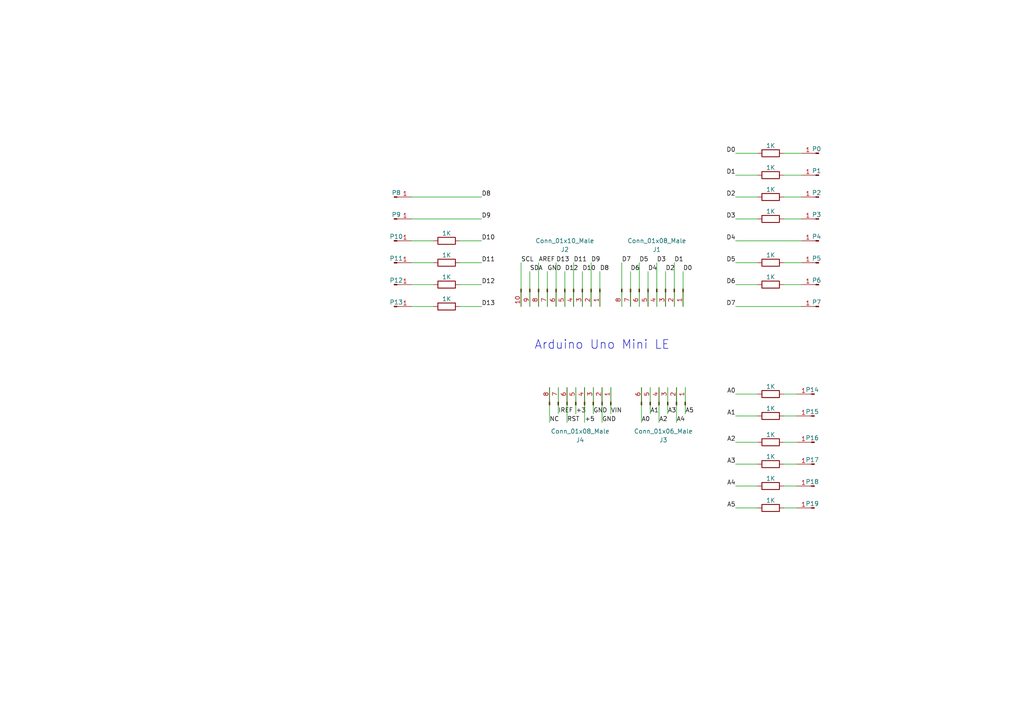
<source format=kicad_sch>
(kicad_sch (version 20211123) (generator eeschema)
  (paper "A4")
  (lib_symbols
    (symbol "Connector:Conn_01x01_Male" (pin_names (offset 1.016) hide)
      (property "Reference" "J" (at 0 2.54 0))
      (property "Value" "Conn_01x01_Male" (at 0 -2.54 0))
      (symbol "Conn_01x01_Male_1_1"
        (polyline (pts (xy 1.27 0) (xy 0.8636 0)) (stroke (width 0.1524)))
        (rectangle (start 0.8636 0.127) (end 0 -0.127) (stroke (width 0.1524)) (fill (type outline)))
        (pin passive line (at 5.08 0 180) (length 3.81) (name "Pin_1") (number "1"))
      )
    )
    (symbol "Connector:Conn_01x06_Male" (pin_names (offset 1.016) hide)
      (property "Reference" "J" (at 0 7.62 0))
      (property "Value" "Conn_01x06_Male" (at 0 -10.16 0))
      (symbol "Conn_01x06_Male_1_1"
        (polyline (pts (xy 1.27 -7.62) (xy 0.8636 -7.62)) (stroke (width 0.1524)))
        (polyline (pts (xy 1.27 -5.08) (xy 0.8636 -5.08)) (stroke (width 0.1524)))
        (polyline (pts (xy 1.27 -2.54) (xy 0.8636 -2.54)) (stroke (width 0.1524)))
        (polyline (pts (xy 1.27 0) (xy 0.8636 0)) (stroke (width 0.1524)))
        (polyline (pts (xy 1.27 2.54) (xy 0.8636 2.54)) (stroke (width 0.1524)))
        (polyline (pts (xy 1.27 5.08) (xy 0.8636 5.08)) (stroke (width 0.1524)))
        (rectangle (start 0.8636 -7.493) (end 0 -7.747) (stroke (width 0.1524)) (fill (type outline)))
        (rectangle (start 0.8636 -4.953) (end 0 -5.207) (stroke (width 0.1524)) (fill (type outline)))
        (rectangle (start 0.8636 -2.413) (end 0 -2.667) (stroke (width 0.1524)) (fill (type outline)))
        (rectangle (start 0.8636 0.127) (end 0 -0.127) (stroke (width 0.1524)) (fill (type outline)))
        (rectangle (start 0.8636 2.667) (end 0 2.413) (stroke (width 0.1524)) (fill (type outline)))
        (rectangle (start 0.8636 5.207) (end 0 4.953) (stroke (width 0.1524)) (fill (type outline)))
        (pin passive line (at 5.08 5.08 180) (length 3.81) (name "Pin_1") (number "1"))
        (pin passive line (at 5.08 2.54 180) (length 3.81) (name "Pin_2") (number "2"))
        (pin passive line (at 5.08 0 180) (length 3.81) (name "Pin_3") (number "3"))
        (pin passive line (at 5.08 -2.54 180) (length 3.81) (name "Pin_4") (number "4"))
        (pin passive line (at 5.08 -5.08 180) (length 3.81) (name "Pin_5") (number "5"))
        (pin passive line (at 5.08 -7.62 180) (length 3.81) (name "Pin_6") (number "6"))
      )
    )
    (symbol "Connector:Conn_01x08_Male" (pin_names (offset 1.016) hide)
      (property "Reference" "J" (at 0 10.16 0))
      (property "Value" "Conn_01x08_Male" (at 0 -12.7 0))
      (symbol "Conn_01x08_Male_1_1"
        (polyline (pts (xy 1.27 -10.16) (xy 0.8636 -10.16)) (stroke (width 0.1524)))
        (polyline (pts (xy 1.27 -7.62) (xy 0.8636 -7.62)) (stroke (width 0.1524)))
        (polyline (pts (xy 1.27 -5.08) (xy 0.8636 -5.08)) (stroke (width 0.1524)))
        (polyline (pts (xy 1.27 -2.54) (xy 0.8636 -2.54)) (stroke (width 0.1524)))
        (polyline (pts (xy 1.27 0) (xy 0.8636 0)) (stroke (width 0.1524)))
        (polyline (pts (xy 1.27 2.54) (xy 0.8636 2.54)) (stroke (width 0.1524)))
        (polyline (pts (xy 1.27 5.08) (xy 0.8636 5.08)) (stroke (width 0.1524)))
        (polyline (pts (xy 1.27 7.62) (xy 0.8636 7.62)) (stroke (width 0.1524)))
        (rectangle (start 0.8636 -10.033) (end 0 -10.287) (stroke (width 0.1524)) (fill (type outline)))
        (rectangle (start 0.8636 -7.493) (end 0 -7.747) (stroke (width 0.1524)) (fill (type outline)))
        (rectangle (start 0.8636 -4.953) (end 0 -5.207) (stroke (width 0.1524)) (fill (type outline)))
        (rectangle (start 0.8636 -2.413) (end 0 -2.667) (stroke (width 0.1524)) (fill (type outline)))
        (rectangle (start 0.8636 0.127) (end 0 -0.127) (stroke (width 0.1524)) (fill (type outline)))
        (rectangle (start 0.8636 2.667) (end 0 2.413) (stroke (width 0.1524)) (fill (type outline)))
        (rectangle (start 0.8636 5.207) (end 0 4.953) (stroke (width 0.1524)) (fill (type outline)))
        (rectangle (start 0.8636 7.747) (end 0 7.493) (stroke (width 0.1524)) (fill (type outline)))
        (pin passive line (at 5.08 7.62 180) (length 3.81) (name "Pin_1") (number "1"))
        (pin passive line (at 5.08 5.08 180) (length 3.81) (name "Pin_2") (number "2"))
        (pin passive line (at 5.08 2.54 180) (length 3.81) (name "Pin_3") (number "3"))
        (pin passive line (at 5.08 0 180) (length 3.81) (name "Pin_4") (number "4"))
        (pin passive line (at 5.08 -2.54 180) (length 3.81) (name "Pin_5") (number "5"))
        (pin passive line (at 5.08 -5.08 180) (length 3.81) (name "Pin_6") (number "6"))
        (pin passive line (at 5.08 -7.62 180) (length 3.81) (name "Pin_7") (number "7"))
        (pin passive line (at 5.08 -10.16 180) (length 3.81) (name "Pin_8") (number "8"))
      )
    )
    (symbol "Connector:Conn_01x10_Male" (pin_names (offset 1.016) hide)
      (property "Reference" "J" (at 0 12.7 0))
      (property "Value" "Conn_01x10_Male" (at 0 -15.24 0))
      (symbol "Conn_01x10_Male_1_1"
        (polyline (pts (xy 1.27 -12.7) (xy 0.8636 -12.7)) (stroke (width 0.1524)))
        (polyline (pts (xy 1.27 -10.16) (xy 0.8636 -10.16)) (stroke (width 0.1524)))
        (polyline (pts (xy 1.27 -7.62) (xy 0.8636 -7.62)) (stroke (width 0.1524)))
        (polyline (pts (xy 1.27 -5.08) (xy 0.8636 -5.08)) (stroke (width 0.1524)))
        (polyline (pts (xy 1.27 -2.54) (xy 0.8636 -2.54)) (stroke (width 0.1524)))
        (polyline (pts (xy 1.27 0) (xy 0.8636 0)) (stroke (width 0.1524)))
        (polyline (pts (xy 1.27 2.54) (xy 0.8636 2.54)) (stroke (width 0.1524)))
        (polyline (pts (xy 1.27 5.08) (xy 0.8636 5.08)) (stroke (width 0.1524)))
        (polyline (pts (xy 1.27 7.62) (xy 0.8636 7.62)) (stroke (width 0.1524)))
        (polyline (pts (xy 1.27 10.16) (xy 0.8636 10.16)) (stroke (width 0.1524)))
        (rectangle (start 0.8636 -12.573) (end 0 -12.827) (stroke (width 0.1524)) (fill (type outline)))
        (rectangle (start 0.8636 -10.033) (end 0 -10.287) (stroke (width 0.1524)) (fill (type outline)))
        (rectangle (start 0.8636 -7.493) (end 0 -7.747) (stroke (width 0.1524)) (fill (type outline)))
        (rectangle (start 0.8636 -4.953) (end 0 -5.207) (stroke (width 0.1524)) (fill (type outline)))
        (rectangle (start 0.8636 -2.413) (end 0 -2.667) (stroke (width 0.1524)) (fill (type outline)))
        (rectangle (start 0.8636 0.127) (end 0 -0.127) (stroke (width 0.1524)) (fill (type outline)))
        (rectangle (start 0.8636 2.667) (end 0 2.413) (stroke (width 0.1524)) (fill (type outline)))
        (rectangle (start 0.8636 5.207) (end 0 4.953) (stroke (width 0.1524)) (fill (type outline)))
        (rectangle (start 0.8636 7.747) (end 0 7.493) (stroke (width 0.1524)) (fill (type outline)))
        (rectangle (start 0.8636 10.287) (end 0 10.033) (stroke (width 0.1524)) (fill (type outline)))
        (pin passive line (at 5.08 10.16 180) (length 3.81) (name "Pin_1") (number "1"))
        (pin passive line (at 5.08 -12.7 180) (length 3.81) (name "Pin_10") (number "10"))
        (pin passive line (at 5.08 7.62 180) (length 3.81) (name "Pin_2") (number "2"))
        (pin passive line (at 5.08 5.08 180) (length 3.81) (name "Pin_3") (number "3"))
        (pin passive line (at 5.08 2.54 180) (length 3.81) (name "Pin_4") (number "4"))
        (pin passive line (at 5.08 0 180) (length 3.81) (name "Pin_5") (number "5"))
        (pin passive line (at 5.08 -2.54 180) (length 3.81) (name "Pin_6") (number "6"))
        (pin passive line (at 5.08 -5.08 180) (length 3.81) (name "Pin_7") (number "7"))
        (pin passive line (at 5.08 -7.62 180) (length 3.81) (name "Pin_8") (number "8"))
        (pin passive line (at 5.08 -10.16 180) (length 3.81) (name "Pin_9") (number "9"))
      )
    )
    (symbol "Device:R" (pin_numbers hide) (pin_names (offset 0))
      (property "Reference" "R" (at 2.032 0 90))
      (property "Value" "R" (at 0 0 90))
      (symbol "R_0_1"
        (rectangle (start -1.016 -2.54) (end 1.016 2.54) (stroke (width 0.254)))
      )
      (symbol "R_1_1"
        (pin passive line (at 0 3.81 270) (length 1.27) (name "~") (number "1"))
        (pin passive line (at 0 -3.81 90) (length 1.27) (name "~") (number "2"))
      )
    )
  )
  (wire (pts (xy 161.925 112.395) (xy 161.925 120.015)))
  (wire (pts (xy 219.71 50.8) (xy 213.36 50.8)))
  (wire (pts (xy 219.71 63.5) (xy 213.36 63.5)))
  (wire (pts (xy 231.14 114.3) (xy 227.33 114.3)))
  (wire (pts (xy 232.41 50.8) (xy 227.33 50.8)))
  (wire (pts (xy 133.35 69.85) (xy 139.7 69.85)))
  (wire (pts (xy 158.75 78.74) (xy 158.75 88.9)))
  (wire (pts (xy 231.14 134.62) (xy 227.33 134.62)))
  (wire (pts (xy 231.14 147.32) (xy 227.33 147.32)))
  (wire (pts (xy 219.71 57.15) (xy 213.36 57.15)))
  (wire (pts (xy 119.38 69.85) (xy 125.73 69.85)))
  (wire (pts (xy 219.71 44.45) (xy 213.36 44.45)))
  (wire (pts (xy 119.38 63.5) (xy 139.7 63.5)))
  (wire (pts (xy 190.5 76.2) (xy 190.5 88.9)))
  (wire (pts (xy 219.71 134.62) (xy 213.36 134.62)))
  (wire (pts (xy 119.38 57.15) (xy 139.7 57.15)))
  (wire (pts (xy 163.83 78.74) (xy 163.83 88.9)))
  (wire (pts (xy 169.545 112.395) (xy 169.545 122.555)))
  (wire (pts (xy 232.41 82.55) (xy 227.33 82.55)))
  (wire (pts (xy 164.465 112.395) (xy 164.465 122.555)))
  (wire (pts (xy 231.14 120.65) (xy 227.33 120.65)))
  (wire (pts (xy 219.71 128.27) (xy 213.36 128.27)))
  (wire (pts (xy 171.45 76.2) (xy 171.45 88.9)))
  (wire (pts (xy 232.41 63.5) (xy 227.33 63.5)))
  (wire (pts (xy 174.625 112.395) (xy 174.625 122.555)))
  (wire (pts (xy 187.96 78.74) (xy 187.96 88.9)))
  (wire (pts (xy 133.35 76.2) (xy 139.7 76.2)))
  (wire (pts (xy 232.41 44.45) (xy 227.33 44.45)))
  (wire (pts (xy 166.37 76.2) (xy 166.37 88.9)))
  (wire (pts (xy 231.14 128.27) (xy 227.33 128.27)))
  (wire (pts (xy 133.35 82.55) (xy 139.7 82.55)))
  (wire (pts (xy 198.755 112.395) (xy 198.755 120.015)))
  (wire (pts (xy 156.21 76.2) (xy 156.21 88.9)))
  (wire (pts (xy 180.34 76.2) (xy 180.34 88.9)))
  (wire (pts (xy 188.595 112.395) (xy 188.595 120.015)))
  (wire (pts (xy 232.41 88.9) (xy 213.36 88.9)))
  (wire (pts (xy 195.58 76.2) (xy 195.58 88.9)))
  (wire (pts (xy 168.91 78.74) (xy 168.91 88.9)))
  (wire (pts (xy 119.38 76.2) (xy 125.73 76.2)))
  (wire (pts (xy 182.88 78.74) (xy 182.88 88.9)))
  (wire (pts (xy 172.085 112.395) (xy 172.085 120.015)))
  (wire (pts (xy 177.165 112.395) (xy 177.165 120.015)))
  (wire (pts (xy 193.675 112.395) (xy 193.675 120.015)))
  (wire (pts (xy 153.67 78.74) (xy 153.67 88.9)))
  (wire (pts (xy 173.99 78.74) (xy 173.99 88.9)))
  (wire (pts (xy 198.12 88.9) (xy 198.12 78.74)))
  (wire (pts (xy 185.42 76.2) (xy 185.42 88.9)))
  (wire (pts (xy 232.41 69.85) (xy 213.36 69.85)))
  (wire (pts (xy 219.71 147.32) (xy 213.36 147.32)))
  (wire (pts (xy 232.41 57.15) (xy 227.33 57.15)))
  (wire (pts (xy 161.29 76.2) (xy 161.29 88.9)))
  (wire (pts (xy 119.38 88.9) (xy 125.73 88.9)))
  (wire (pts (xy 133.35 88.9) (xy 139.7 88.9)))
  (wire (pts (xy 219.71 114.3) (xy 213.36 114.3)))
  (wire (pts (xy 191.135 112.395) (xy 191.135 122.555)))
  (wire (pts (xy 167.005 112.395) (xy 167.005 120.015)))
  (wire (pts (xy 219.71 140.97) (xy 213.36 140.97)))
  (wire (pts (xy 119.38 82.55) (xy 125.73 82.55)))
  (wire (pts (xy 231.14 140.97) (xy 227.33 140.97)))
  (wire (pts (xy 159.385 112.395) (xy 159.385 122.555)))
  (wire (pts (xy 151.13 76.2) (xy 151.13 88.9)))
  (wire (pts (xy 219.71 82.55) (xy 213.36 82.55)))
  (wire (pts (xy 219.71 120.65) (xy 213.36 120.65)))
  (wire (pts (xy 193.04 78.74) (xy 193.04 88.9)))
  (wire (pts (xy 186.055 112.395) (xy 186.055 122.555)))
  (wire (pts (xy 219.71 76.2) (xy 213.36 76.2)))
  (wire (pts (xy 196.215 112.395) (xy 196.215 122.555)))
  (wire (pts (xy 232.41 76.2) (xy 227.33 76.2)))
  (text "Arduino Uno Mini LE" (at 154.94 101.6 0) (effects (font (size 2.54 2.54)) (justify left bottom)))
  (label "D13" (at 139.7 88.9 0))
  (label "D6" (at 182.88 78.74 0))
  (label "SDA" (at 153.67 78.74 0))
  (label "+3" (at 167.005 120.015 0))
  (label "A4" (at 213.36 140.97 180))
  (label "D11" (at 139.7 76.2 0))
  (label "A5" (at 198.755 120.015 0))
  (label "D8" (at 139.7 57.15 0))
  (label "D10" (at 139.7 69.85 0))
  (label "A3" (at 193.675 120.015 0))
  (label "D11" (at 166.37 76.2 0))
  (label "D2" (at 193.04 78.74 0))
  (label "D1" (at 213.36 50.8 180))
  (label "D3" (at 190.5 76.2 0))
  (label "D13" (at 161.29 76.2 0))
  (label "D5" (at 213.36 76.2 180))
  (label "NC" (at 159.385 122.555 0))
  (label "A4" (at 196.215 122.555 0))
  (label "A1" (at 213.36 120.65 180))
  (label "D1" (at 195.58 76.2 0))
  (label "A3" (at 213.36 134.62 180))
  (label "D9" (at 139.7 63.5 0))
  (label "A0" (at 213.36 114.3 180))
  (label "RST" (at 164.465 122.555 0))
  (label "A2" (at 213.36 128.27 180))
  (label "AREF" (at 156.21 76.2 0))
  (label "D8" (at 173.99 78.74 0))
  (label "GND" (at 158.75 78.74 0))
  (label "+5" (at 169.545 122.555 0))
  (label "D0" (at 198.12 78.74 0))
  (label "D0" (at 213.36 44.45 180))
  (label "D3" (at 213.36 63.5 180))
  (label "A1" (at 188.595 120.015 0))
  (label "D10" (at 168.91 78.74 0))
  (label "A5" (at 213.36 147.32 180))
  (label "A0" (at 186.055 122.555 0))
  (label "SCL" (at 151.13 76.2 0))
  (label "A2" (at 191.135 122.555 0))
  (label "D6" (at 213.36 82.55 180))
  (label "GND" (at 172.085 120.015 0))
  (label "D7" (at 213.36 88.9 180))
  (label "D12" (at 163.83 78.74 0))
  (label "IREF" (at 161.925 120.015 0))
  (label "VIN" (at 177.165 120.015 0))
  (label "D4" (at 213.36 69.85 180))
  (label "D12" (at 139.7 82.55 0))
  (label "D4" (at 187.96 78.74 0))
  (label "D9" (at 171.45 76.2 0))
  (label "D5" (at 185.42 76.2 0))
  (label "D2" (at 213.36 57.15 180))
  (label "GND" (at 174.625 122.555 0))
  (label "D7" (at 180.34 76.2 0))
  (symbol (lib_id "Connector:Conn_01x01_Male") (at 114.3 82.55 0) (unit 1)
    (property "Reference" "P12" (at 114.935 81.311 0))
    (property "Value" "Conn_01x01_Male" (effects hide))
    (property "Footprint" "UnoMiniCube:PinHeader_1x01_P1.27mm_Vertical_Hari" (effects hide))
  )
  (symbol (lib_id "Device:R") (at 223.52 44.45 270) (mirror x) (unit 1)
    (property "Reference" "R1" (effects hide))
    (property "Value" "1K" (at 223.52 42.2712 90))
    (property "Footprint" "Resistor_SMD:R_0805_2012Metric_Pad1.20x1.40mm_HandSolder" (effects hide))
  )
  (symbol (lib_id "Device:R") (at 129.54 82.55 90) (unit 1)
    (property "Reference" "R13" (effects hide))
    (property "Value" "1K" (at 129.54 80.3712 90))
    (property "Footprint" "Resistor_SMD:R_0805_2012Metric_Pad1.20x1.40mm_HandSolder" (effects hide))
  )
  (symbol (lib_id "Connector:Conn_01x01_Male") (at 114.3 57.15 0) (unit 1)
    (property "Reference" "P8" (at 114.935 55.911 0))
    (property "Value" "Conn_01x01_Male" (effects hide))
    (property "Footprint" "UnoMiniCube:PinHeader_1x01_P1.27mm_Vertical_Hari" (effects hide))
  )
  (symbol (lib_id "Connector:Conn_01x01_Male") (at 114.3 88.9 0) (unit 1)
    (property "Reference" "P13" (at 114.935 87.661 0))
    (property "Value" "Conn_01x01_Male" (effects hide))
    (property "Footprint" "UnoMiniCube:PinHeader_1x01_P1.27mm_Vertical_Hari" (effects hide))
  )
  (symbol (lib_id "Connector:Conn_01x01_Male") (at 237.49 69.85 0) (mirror y) (unit 1)
    (property "Reference" "P4" (at 236.855 68.611 0))
    (property "Value" "Conn_01x01_Male" (effects hide))
    (property "Footprint" "UnoMiniCube:PinHeader_1x01_P1.27mm_Vertical_Hari" (effects hide))
  )
  (symbol (lib_id "Device:R") (at 223.52 63.5 270) (mirror x) (unit 1)
    (property "Reference" "R4" (effects hide))
    (property "Value" "1K" (at 223.52 61.3212 90))
    (property "Footprint" "Resistor_SMD:R_0805_2012Metric_Pad1.20x1.40mm_HandSolder" (effects hide))
  )
  (symbol (lib_id "Device:R") (at 223.52 134.62 270) (mirror x) (unit 1)
    (property "Reference" "R5" (effects hide))
    (property "Value" "1K" (at 223.52 132.4411 90))
    (property "Footprint" "Resistor_SMD:R_0805_2012Metric_Pad1.20x1.40mm_HandSolder" (effects hide))
  )
  (symbol (lib_id "Connector:Conn_01x01_Male") (at 114.3 69.85 0) (unit 1)
    (property "Reference" "P10" (at 114.935 68.611 0))
    (property "Value" "Conn_01x01_Male" (effects hide))
    (property "Footprint" "UnoMiniCube:PinHeader_1x01_P1.27mm_Vertical_Hari" (effects hide))
  )
  (symbol (lib_id "Device:R") (at 129.54 69.85 90) (unit 1)
    (property "Reference" "R11" (effects hide))
    (property "Value" "1K" (at 129.54 67.6712 90))
    (property "Footprint" "Resistor_SMD:R_0805_2012Metric_Pad1.20x1.40mm_HandSolder" (effects hide))
  )
  (symbol (lib_id "Connector:Conn_01x01_Male") (at 237.49 76.2 0) (mirror y) (unit 1)
    (property "Reference" "P5" (at 236.855 74.961 0))
    (property "Value" "Conn_01x01_Male" (effects hide))
    (property "Footprint" "UnoMiniCube:PinHeader_1x01_P1.27mm_Vertical_Hari" (effects hide))
  )
  (symbol (lib_id "Connector:Conn_01x01_Male") (at 114.3 76.2 0) (unit 1)
    (property "Reference" "P11" (at 114.935 74.961 0))
    (property "Value" "Conn_01x01_Male" (effects hide))
    (property "Footprint" "UnoMiniCube:PinHeader_1x01_P1.27mm_Vertical_Hari" (effects hide))
  )
  (symbol (lib_id "Device:R") (at 223.52 114.3 270) (mirror x) (unit 1)
    (property "Reference" "R19" (effects hide))
    (property "Value" "1K" (at 223.52 112.1211 90))
    (property "Footprint" "Resistor_SMD:R_0805_2012Metric_Pad1.20x1.40mm_HandSolder" (effects hide))
  )
  (symbol (lib_id "Connector:Conn_01x01_Male") (at 236.22 114.3 0) (mirror y) (unit 1)
    (property "Reference" "P14" (at 235.585 113.061 0))
    (property "Value" "Conn_01x01_Male" (effects hide))
    (property "Footprint" "UnoMiniCube:PinHeader_1x01_P1.27mm_Vertical_Hari" (effects hide))
  )
  (symbol (lib_id "Device:R") (at 129.54 76.2 90) (unit 1)
    (property "Reference" "R12" (effects hide))
    (property "Value" "1K" (at 129.54 74.0212 90))
    (property "Footprint" "Resistor_SMD:R_0805_2012Metric_Pad1.20x1.40mm_HandSolder" (effects hide))
  )
  (symbol (lib_id "Device:R") (at 223.52 140.97 270) (mirror x) (unit 1)
    (property "Reference" "R16" (effects hide))
    (property "Value" "1K" (at 223.52 138.7911 90))
    (property "Footprint" "Resistor_SMD:R_0805_2012Metric_Pad1.20x1.40mm_HandSolder" (effects hide))
  )
  (symbol (lib_id "Connector:Conn_01x01_Male") (at 237.49 82.55 0) (mirror y) (unit 1)
    (property "Reference" "P6" (at 236.855 81.311 0))
    (property "Value" "Conn_01x01_Male" (effects hide))
    (property "Footprint" "UnoMiniCube:PinHeader_1x01_P1.27mm_Vertical_Hari" (effects hide))
  )
  (symbol (lib_id "Connector:Conn_01x01_Male") (at 236.22 134.62 0) (mirror y) (unit 1)
    (property "Reference" "P17" (at 235.585 133.381 0))
    (property "Value" "Conn_01x01_Male" (effects hide))
    (property "Footprint" "UnoMiniCube:PinHeader_1x01_P1.27mm_Vertical_Hari" (effects hide))
  )
  (symbol (lib_id "Device:R") (at 223.52 147.32 270) (mirror x) (unit 1)
    (property "Reference" "R15" (effects hide))
    (property "Value" "1K" (at 223.52 145.1411 90))
    (property "Footprint" "Resistor_SMD:R_0805_2012Metric_Pad1.20x1.40mm_HandSolder" (effects hide))
  )
  (symbol (lib_id "Connector:Conn_01x01_Male") (at 236.22 140.97 0) (mirror y) (unit 1)
    (property "Reference" "P18" (at 235.585 139.731 0))
    (property "Value" "Conn_01x01_Male" (effects hide))
    (property "Footprint" "UnoMiniCube:PinHeader_1x01_P1.27mm_Vertical_Hari" (effects hide))
  )
  (symbol (lib_id "Device:R") (at 129.54 88.9 90) (unit 1)
    (property "Reference" "R14" (effects hide))
    (property "Value" "1K" (at 129.54 86.7212 90))
    (property "Footprint" "Resistor_SMD:R_0805_2012Metric_Pad1.20x1.40mm_HandSolder" (effects hide))
  )
  (symbol (lib_id "Connector:Conn_01x01_Male") (at 237.49 63.5 0) (mirror y) (unit 1)
    (property "Reference" "P3" (at 236.855 62.261 0))
    (property "Value" "Conn_01x01_Male" (effects hide))
    (property "Footprint" "UnoMiniCube:PinHeader_1x01_P1.27mm_Vertical_Hari" (effects hide))
  )
  (symbol (lib_id "Connector:Conn_01x01_Male") (at 237.49 50.8 0) (mirror y) (unit 1)
    (property "Reference" "P1" (at 236.855 49.561 0))
    (property "Value" "Conn_01x01_Male" (effects hide))
    (property "Footprint" "UnoMiniCube:PinHeader_1x01_P1.27mm_Vertical_Hari" (effects hide))
  )
  (symbol (lib_id "Connector:Conn_01x06_Male") (at 193.675 117.475 270) (mirror x) (unit 1)
    (property "Reference" "J3" (at 192.405 127.6319 90))
    (property "Value" "Conn_01x06_Male" (at 192.405 125.095 90))
    (property "Footprint" "Connector_PinHeader_1.27mm:PinHeader_1x06_P1.27mm_Vertical" (effects hide))
  )
  (symbol (lib_id "Device:R") (at 223.52 76.2 270) (mirror x) (unit 1)
    (property "Reference" "R6" (effects hide))
    (property "Value" "1K" (at 223.52 74.0212 90))
    (property "Footprint" "Resistor_SMD:R_0805_2012Metric_Pad1.20x1.40mm_HandSolder" (effects hide))
  )
  (symbol (lib_id "Device:R") (at 223.52 57.15 270) (mirror x) (unit 1)
    (property "Reference" "R3" (effects hide))
    (property "Value" "1K" (at 223.52 54.9712 90))
    (property "Footprint" "Resistor_SMD:R_0805_2012Metric_Pad1.20x1.40mm_HandSolder" (effects hide))
  )
  (symbol (lib_id "Connector:Conn_01x01_Male") (at 236.22 120.65 0) (mirror y) (unit 1)
    (property "Reference" "P15" (at 235.585 119.411 0))
    (property "Value" "Conn_01x01_Male" (effects hide))
    (property "Footprint" "UnoMiniCube:PinHeader_1x01_P1.27mm_Vertical_Hari" (effects hide))
  )
  (symbol (lib_id "Connector:Conn_01x01_Male") (at 237.49 44.45 0) (mirror y) (unit 1)
    (property "Reference" "P0" (at 236.855 43.211 0))
    (property "Value" "Conn_01x01_Male" (effects hide))
    (property "Footprint" "UnoMiniCube:PinHeader_1x01_P1.27mm_Vertical_Hari" (effects hide))
  )
  (symbol (lib_id "Connector:Conn_01x01_Male") (at 114.3 63.5 0) (unit 1)
    (property "Reference" "P9" (at 114.935 62.261 0))
    (property "Value" "Conn_01x01_Male" (effects hide))
    (property "Footprint" "UnoMiniCube:PinHeader_1x01_P1.27mm_Vertical_Hari" (effects hide))
  )
  (symbol (lib_id "Connector:Conn_01x01_Male") (at 237.49 57.15 0) (mirror y) (unit 1)
    (property "Reference" "P2" (at 236.855 55.911 0))
    (property "Value" "Conn_01x01_Male" (effects hide))
    (property "Footprint" "UnoMiniCube:PinHeader_1x01_P1.27mm_Vertical_Hari" (effects hide))
  )
  (symbol (lib_id "Connector:Conn_01x08_Male") (at 169.545 117.475 270) (mirror x) (unit 1)
    (property "Reference" "J4" (at 168.275 127.635 90))
    (property "Value" "Conn_01x08_Male" (at 168.275 125.0981 90))
    (property "Footprint" "Connector_PinHeader_1.27mm:PinHeader_1x08_P1.27mm_Vertical" (effects hide))
  )
  (symbol (lib_id "Device:R") (at 223.52 128.27 270) (mirror x) (unit 1)
    (property "Reference" "R17" (effects hide))
    (property "Value" "1K" (at 223.52 126.0911 90))
    (property "Footprint" "Resistor_SMD:R_0805_2012Metric_Pad1.20x1.40mm_HandSolder" (effects hide))
  )
  (symbol (lib_id "Connector:Conn_01x01_Male") (at 236.22 147.32 0) (mirror y) (unit 1)
    (property "Reference" "P19" (at 235.585 146.081 0))
    (property "Value" "Conn_01x01_Male" (effects hide))
    (property "Footprint" "UnoMiniCube:PinHeader_1x01_P1.27mm_Vertical_Hari" (effects hide))
  )
  (symbol (lib_id "Connector:Conn_01x08_Male") (at 190.5 83.82 270) (unit 1)
    (property "Reference" "J1" (at 190.5 72.39 90))
    (property "Value" "Conn_01x08_Male" (at 190.5 69.85 90))
    (property "Footprint" "Connector_PinHeader_1.27mm:PinHeader_1x08_P1.27mm_Vertical" (effects hide))
  )
  (symbol (lib_id "Device:R") (at 223.52 82.55 270) (mirror x) (unit 1)
    (property "Reference" "R7" (effects hide))
    (property "Value" "1K" (at 223.52 80.3712 90))
    (property "Footprint" "Resistor_SMD:R_0805_2012Metric_Pad1.20x1.40mm_HandSolder" (effects hide))
  )
  (symbol (lib_id "Connector:Conn_01x01_Male") (at 237.49 88.9 0) (mirror y) (unit 1)
    (property "Reference" "P7" (at 236.855 87.661 0))
    (property "Value" "Conn_01x01_Male" (effects hide))
    (property "Footprint" "UnoMiniCube:PinHeader_1x01_P1.27mm_Vertical_Hari" (effects hide))
  )
  (symbol (lib_id "Connector:Conn_01x10_Male") (at 163.83 83.82 270) (unit 1)
    (property "Reference" "J2" (at 163.83 72.3869 90))
    (property "Value" "Conn_01x10_Male" (at 163.83 69.85 90))
    (property "Footprint" "Connector_PinHeader_1.27mm:PinHeader_1x10_P1.27mm_Vertical" (effects hide))
  )
  (symbol (lib_id "Device:R") (at 223.52 120.65 270) (mirror x) (unit 1)
    (property "Reference" "R18" (effects hide))
    (property "Value" "1K" (at 223.52 118.4712 90))
    (property "Footprint" "Resistor_SMD:R_0805_2012Metric_Pad1.20x1.40mm_HandSolder" (effects hide))
  )
  (symbol (lib_id "Device:R") (at 223.52 50.8 270) (mirror x) (unit 1)
    (property "Reference" "R2" (effects hide))
    (property "Value" "1K" (at 223.52 48.6212 90))
    (property "Footprint" "Resistor_SMD:R_0805_2012Metric_Pad1.20x1.40mm_HandSolder" (effects hide))
  )
  (symbol (lib_id "Connector:Conn_01x01_Male") (at 236.22 128.27 0) (mirror y) (unit 1)
    (property "Reference" "P16" (at 235.585 127.031 0))
    (property "Value" "Conn_01x01_Male" (effects hide))
    (property "Footprint" "UnoMiniCube:PinHeader_1x01_P1.27mm_Vertical_Hari" (effects hide))
  )
)
</source>
